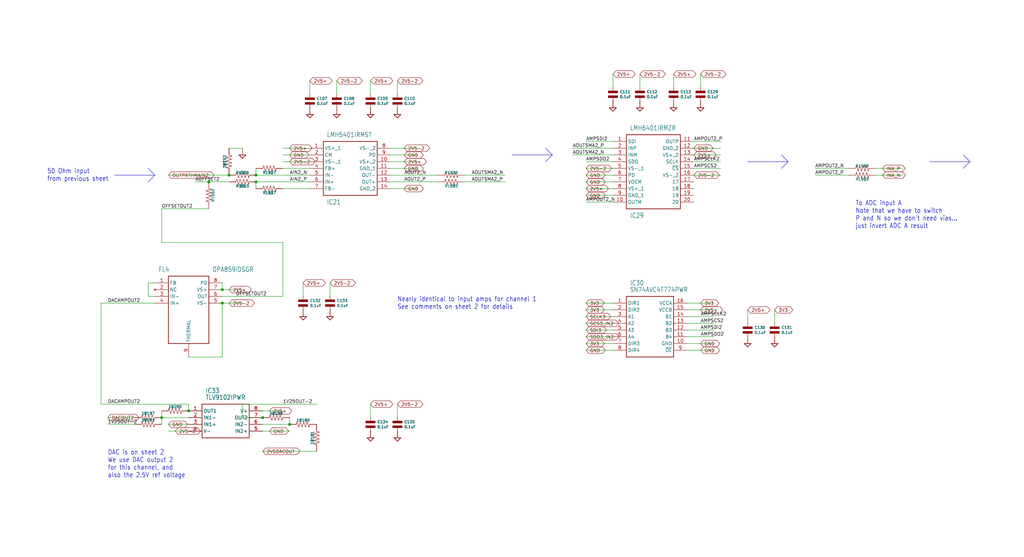
<source format=kicad_sch>
(kicad_sch (version 20231120) (generator "eeschema") (generator_version "8.0")
  (paper "User" 386.156 210.007)
  (lib_symbols
    (symbol "haasoscope_pro_adc_fpga_board-eagle-import:CAPACITOR_NP_0402"
      (property "Reference" "C" (at 2.54 1.524 0))
      (symbol "CAPACITOR_NP_0402_1_0"
        (rectangle (start -1.778 -1.27) (end 1.778 -0.508) (fill (type outline)))
        (rectangle (start -1.778 0.508) (end 1.778 1.27) (fill (type outline)))
        (polyline (pts (xy 0 -2.54) (xy 0 -1.016)) (stroke (width 0.1524)))
        (polyline (pts (xy 0 2.54) (xy 0 1.016)) (stroke (width 0.1524)))
        (pin passive line (at 0 2.54 270) (length 0) (name "P$1") (number "P$1"))
        (pin passive line (at 0 -2.54 90) (length 0) (name "P$2") (number "P$2"))
      )
    )
    (symbol "haasoscope_pro_adc_fpga_board-eagle-import:LMH5401IRMST"
      (property "Reference" "IC" (at 26.67 7.62 0))
      (symbol "LMH5401IRMST_1_0"
        (polyline (pts (xy 5.08 2.54) (xy 5.08 -17.78)) (stroke (width 0.254)))
        (polyline (pts (xy 5.08 2.54) (xy 25.4 2.54)) (stroke (width 0.254)))
        (polyline (pts (xy 25.4 -17.78) (xy 5.08 -17.78)) (stroke (width 0.254)))
        (polyline (pts (xy 25.4 -17.78) (xy 25.4 2.54)) (stroke (width 0.254)))
        (pin bidirectional line (at 0 0 0) (length 5.08) (name "VS+_1") (number "1"))
        (pin bidirectional line (at 30.48 -5.08 180) (length 5.08) (name "VS+_2") (number "10"))
        (pin bidirectional line (at 30.48 -7.62 180) (length 5.08) (name "GND_1") (number "11"))
        (pin bidirectional line (at 30.48 -10.16 180) (length 5.08) (name "OUT-") (number "12"))
        (pin bidirectional line (at 30.48 -12.7 180) (length 5.08) (name "OUT+") (number "13"))
        (pin bidirectional line (at 30.48 -15.24 180) (length 5.08) (name "GND_2") (number "14"))
        (pin bidirectional line (at 0 -2.54 0) (length 5.08) (name "CM") (number "2"))
        (pin bidirectional line (at 0 -5.08 0) (length 5.08) (name "VS-_1") (number "3"))
        (pin bidirectional line (at 0 -7.62 0) (length 5.08) (name "FB+") (number "4"))
        (pin bidirectional line (at 0 -10.16 0) (length 5.08) (name "IN-") (number "5"))
        (pin bidirectional line (at 0 -12.7 0) (length 5.08) (name "IN+") (number "6"))
        (pin bidirectional line (at 0 -15.24 0) (length 5.08) (name "FB-") (number "7"))
        (pin bidirectional line (at 30.48 0 180) (length 5.08) (name "VS-_2") (number "8"))
        (pin bidirectional line (at 30.48 -2.54 180) (length 5.08) (name "PD") (number "9"))
      )
    )
    (symbol "haasoscope_pro_adc_fpga_board-eagle-import:LMH6401IRMZR"
      (property "Reference" "IC" (at 26.67 7.62 0))
      (symbol "LMH6401IRMZR_1_0"
        (polyline (pts (xy 5.08 2.54) (xy 5.08 -25.4)) (stroke (width 0.254)))
        (polyline (pts (xy 5.08 2.54) (xy 25.4 2.54)) (stroke (width 0.254)))
        (polyline (pts (xy 25.4 -25.4) (xy 5.08 -25.4)) (stroke (width 0.254)))
        (polyline (pts (xy 25.4 -25.4) (xy 25.4 2.54)) (stroke (width 0.254)))
        (pin bidirectional line (at 0 0 0) (length 5.08) (name "SDI") (number "1"))
        (pin bidirectional line (at 0 -22.86 0) (length 5.08) (name "OUTM") (number "10"))
        (pin bidirectional line (at 30.48 0 180) (length 5.08) (name "OUTP") (number "11"))
        (pin bidirectional line (at 30.48 -2.54 180) (length 5.08) (name "GND_2") (number "12"))
        (pin bidirectional line (at 30.48 -5.08 180) (length 5.08) (name "VS+_2") (number "13"))
        (pin bidirectional line (at 30.48 -7.62 180) (length 5.08) (name "SCLK") (number "14"))
        (pin bidirectional line (at 30.48 -10.16 180) (length 5.08) (name "~{CS}") (number "15"))
        (pin bidirectional line (at 30.48 -12.7 180) (length 5.08) (name "VS-_2") (number "16"))
        (pin bidirectional line (at 30.48 -15.24 180) (length 5.08) (name "17") (number "17"))
        (pin bidirectional line (at 30.48 -17.78 180) (length 5.08) (name "18") (number "18"))
        (pin bidirectional line (at 30.48 -20.32 180) (length 5.08) (name "19") (number "19"))
        (pin bidirectional line (at 0 -2.54 0) (length 5.08) (name "INP") (number "2"))
        (pin bidirectional line (at 30.48 -22.86 180) (length 5.08) (name "20") (number "20"))
        (pin bidirectional line (at 0 -5.08 0) (length 5.08) (name "INM") (number "3"))
        (pin bidirectional line (at 0 -7.62 0) (length 5.08) (name "SDO") (number "4"))
        (pin bidirectional line (at 0 -10.16 0) (length 5.08) (name "VS-_1") (number "5"))
        (pin bidirectional line (at 0 -12.7 0) (length 5.08) (name "PD") (number "6"))
        (pin bidirectional line (at 0 -15.24 0) (length 5.08) (name "VOCM") (number "7"))
        (pin bidirectional line (at 0 -17.78 0) (length 5.08) (name "VS+_1") (number "8"))
        (pin bidirectional line (at 0 -20.32 0) (length 5.08) (name "GND_1") (number "9"))
      )
    )
    (symbol "haasoscope_pro_adc_fpga_board-eagle-import:MF_Passives_RESISTOR_0402"
      (property "Reference" "R" (at 2.54 1.524 0))
      (symbol "MF_Passives_RESISTOR_0402_1_0"
        (polyline (pts (xy -1.016 -2.286) (xy 0 -2.54)) (stroke (width 0.1524)))
        (polyline (pts (xy -1.016 -1.016) (xy 1.016 -1.651)) (stroke (width 0.1524)))
        (polyline (pts (xy -1.016 0.254) (xy 1.016 -0.381)) (stroke (width 0.1524)))
        (polyline (pts (xy -1.016 1.524) (xy 1.016 0.889)) (stroke (width 0.1524)))
        (polyline (pts (xy 0 2.54) (xy 1.016 2.159)) (stroke (width 0.1524)))
        (polyline (pts (xy 1.016 -1.651) (xy -1.016 -2.286)) (stroke (width 0.1524)))
        (polyline (pts (xy 1.016 -0.381) (xy -1.016 -1.016)) (stroke (width 0.1524)))
        (polyline (pts (xy 1.016 0.889) (xy -1.016 0.254)) (stroke (width 0.1524)))
        (polyline (pts (xy 1.016 2.159) (xy -1.016 1.524)) (stroke (width 0.1524)))
        (pin passive line (at 0 5.08 270) (length 2.54) (name "P$1") (number "P$1"))
        (pin passive line (at 0 -5.08 90) (length 2.54) (name "P$2") (number "P$2"))
      )
    )
    (symbol "haasoscope_pro_adc_fpga_board-eagle-import:OPA859IDSGR"
      (property "Reference" "FL" (at 21.59 7.62 0))
      (symbol "OPA859IDSGR_1_0"
        (polyline (pts (xy 5.08 2.54) (xy 5.08 -22.86)) (stroke (width 0.254)))
        (polyline (pts (xy 5.08 2.54) (xy 20.32 2.54)) (stroke (width 0.254)))
        (polyline (pts (xy 20.32 -22.86) (xy 5.08 -22.86)) (stroke (width 0.254)))
        (polyline (pts (xy 20.32 -22.86) (xy 20.32 2.54)) (stroke (width 0.254)))
        (pin input line (at 0 0 0) (length 5.08) (name "FB") (number "1"))
        (pin no_connect line (at 0 -2.54 0) (length 5.08) (name "NC") (number "2"))
        (pin input line (at 0 -5.08 0) (length 5.08) (name "IN-") (number "3"))
        (pin input line (at 0 -7.62 0) (length 5.08) (name "IN+") (number "4"))
        (pin power_in line (at 25.4 -7.62 180) (length 5.08) (name "VS-") (number "5"))
        (pin output line (at 25.4 -5.08 180) (length 5.08) (name "OUT") (number "6"))
        (pin power_in line (at 25.4 -2.54 180) (length 5.08) (name "VS+") (number "7"))
        (pin input line (at 25.4 0 180) (length 5.08) (name "PD") (number "8"))
        (pin bidirectional line (at 12.7 -27.94 90) (length 5.08) (name "THERMAL") (number "9"))
      )
    )
    (symbol "haasoscope_pro_adc_fpga_board-eagle-import:SN74AVC4T774PWR"
      (property "Reference" "IC" (at 24.13 7.62 0))
      (symbol "SN74AVC4T774PWR_1_0"
        (polyline (pts (xy 5.08 2.54) (xy 5.08 -20.32)) (stroke (width 0.254)))
        (polyline (pts (xy 5.08 2.54) (xy 22.86 2.54)) (stroke (width 0.254)))
        (polyline (pts (xy 22.86 -20.32) (xy 5.08 -20.32)) (stroke (width 0.254)))
        (polyline (pts (xy 22.86 -20.32) (xy 22.86 2.54)) (stroke (width 0.254)))
        (pin bidirectional line (at 0 0 0) (length 5.08) (name "DIR1") (number "1"))
        (pin bidirectional line (at 27.94 -15.24 180) (length 5.08) (name "GND") (number "10"))
        (pin bidirectional line (at 27.94 -12.7 180) (length 5.08) (name "B4") (number "11"))
        (pin bidirectional line (at 27.94 -10.16 180) (length 5.08) (name "B3") (number "12"))
        (pin bidirectional line (at 27.94 -7.62 180) (length 5.08) (name "B2") (number "13"))
        (pin bidirectional line (at 27.94 -5.08 180) (length 5.08) (name "B1") (number "14"))
        (pin bidirectional line (at 27.94 -2.54 180) (length 5.08) (name "VCCB") (number "15"))
        (pin bidirectional line (at 27.94 0 180) (length 5.08) (name "VCCA") (number "16"))
        (pin bidirectional line (at 0 -2.54 0) (length 5.08) (name "DIR2") (number "2"))
        (pin bidirectional line (at 0 -5.08 0) (length 5.08) (name "A1") (number "3"))
        (pin bidirectional line (at 0 -7.62 0) (length 5.08) (name "A2") (number "4"))
        (pin bidirectional line (at 0 -10.16 0) (length 5.08) (name "A3") (number "5"))
        (pin bidirectional line (at 0 -12.7 0) (length 5.08) (name "A4") (number "6"))
        (pin bidirectional line (at 0 -15.24 0) (length 5.08) (name "DIR3") (number "7"))
        (pin bidirectional line (at 0 -17.78 0) (length 5.08) (name "DIR4") (number "8"))
        (pin bidirectional line (at 27.94 -17.78 180) (length 5.08) (name "~{OE}") (number "9"))
      )
    )
    (symbol "haasoscope_pro_adc_fpga_board-eagle-import:TLV9102IPWR"
      (property "Reference" "IC" (at 24.13 7.62 0))
      (symbol "TLV9102IPWR_1_0"
        (polyline (pts (xy 5.08 2.54) (xy 5.08 -10.16)) (stroke (width 0.254)))
        (polyline (pts (xy 5.08 2.54) (xy 22.86 2.54)) (stroke (width 0.254)))
        (polyline (pts (xy 22.86 -10.16) (xy 5.08 -10.16)) (stroke (width 0.254)))
        (polyline (pts (xy 22.86 -10.16) (xy 22.86 2.54)) (stroke (width 0.254)))
        (pin bidirectional line (at 0 0 0) (length 5.08) (name "OUT1") (number "1"))
        (pin bidirectional line (at 0 -2.54 0) (length 5.08) (name "IN1-") (number "2"))
        (pin bidirectional line (at 0 -5.08 0) (length 5.08) (name "IN1+") (number "3"))
        (pin bidirectional line (at 0 -7.62 0) (length 5.08) (name "V-") (number "4"))
        (pin bidirectional line (at 27.94 -7.62 180) (length 5.08) (name "IN2+") (number "5"))
        (pin bidirectional line (at 27.94 -5.08 180) (length 5.08) (name "IN2-") (number "6"))
        (pin bidirectional line (at 27.94 -2.54 180) (length 5.08) (name "OUT2") (number "7"))
        (pin bidirectional line (at 27.94 0 180) (length 5.08) (name "V+") (number "8"))
      )
    )
    (symbol "haasoscope_pro_adc_fpga_board-eagle-import:supply2_GND" (power)
      (symbol "supply2_GND_1_0"
        (polyline (pts (xy -1.27 0) (xy 1.27 0)) (stroke (width 0.254)))
        (polyline (pts (xy 0 -1.27) (xy -1.27 0)) (stroke (width 0.254)))
        (polyline (pts (xy 1.27 0) (xy 0 -1.27)) (stroke (width 0.254)))
        (pin power_in line (at 0 2.54 270) (length 2.54) (name "GND") (number "1"))
      )
    )
  )
  (junction (at 83.82 109.22))
  (junction (at 96.52 68.58))
  (junction (at 71.12 154.94))
  (junction (at 109.22 160.02))
  (junction (at 96.52 66.04))
  (junction (at 86.36 66.04))
  (junction (at 99.06 157.48))
  (junction (at 78.74 68.58))
  (junction (at 60.96 157.48))
  (junction (at 83.82 114.3))
  (wire (pts (xy 99.06 154.94) (xy 106.68 154.94)) (stroke (width 0.1524)))
  (wire (pts (xy 116.84 58.42) (xy 106.68 58.42)) (stroke (width 0.1524)))
  (polyline (pts (xy 297.18 60.96) (xy 294.64 63.5)) (stroke (width 0.1524) (type solid)))
  (wire (pts (xy 124.46 111.76) (xy 124.46 106.68)) (stroke (width 0.1524)))
  (wire (pts (xy 149.86 35.56) (xy 149.86 30.48)) (stroke (width 0.1524)))
  (wire (pts (xy 60.96 157.48) (xy 60.96 160.02)) (stroke (width 0.1524)))
  (wire (pts (xy 99.06 160.02) (xy 109.22 160.02)) (stroke (width 0.1524)))
  (polyline (pts (xy 294.64 58.42) (xy 297.18 60.96)) (stroke (width 0.1524) (type solid)))
  (wire (pts (xy 71.12 160.02) (xy 63.5 160.02)) (stroke (width 0.1524)))
  (wire (pts (xy 231.14 60.96) (xy 220.98 60.96)) (stroke (width 0.1524)))
  (wire (pts (xy 119.38 170.18) (xy 99.06 170.18)) (stroke (width 0.1524)))
  (wire (pts (xy 149.86 157.48) (xy 149.86 152.4)) (stroke (width 0.1524)))
  (wire (pts (xy 231.14 76.2) (xy 220.98 76.2)) (stroke (width 0.1524)))
  (wire (pts (xy 96.52 68.58) (xy 96.52 71.12)) (stroke (width 0.1524)))
  (polyline (pts (xy 365.76 60.96) (xy 363.22 63.5)) (stroke (width 0.1524) (type solid)))
  (wire (pts (xy 106.68 111.76) (xy 106.68 91.44)) (stroke (width 0.1524)))
  (wire (pts (xy 231.14 63.5) (xy 220.98 63.5)) (stroke (width 0.1524)))
  (wire (pts (xy 271.78 58.42) (xy 261.62 58.42)) (stroke (width 0.1524)))
  (wire (pts (xy 259.08 124.46) (xy 269.24 124.46)) (stroke (width 0.1524)))
  (wire (pts (xy 261.62 66.04) (xy 271.78 66.04)) (stroke (width 0.1524)))
  (wire (pts (xy 231.14 116.84) (xy 220.98 116.84)) (stroke (width 0.1524)))
  (wire (pts (xy 83.82 106.68) (xy 83.82 109.22)) (stroke (width 0.1524)))
  (wire (pts (xy 241.3 33.02) (xy 241.3 27.94)) (stroke (width 0.1524)))
  (wire (pts (xy 109.22 157.48) (xy 109.22 160.02)) (stroke (width 0.1524)))
  (wire (pts (xy 58.42 114.3) (xy 38.1 114.3)) (stroke (width 0.1524)))
  (wire (pts (xy 254 33.02) (xy 254 27.94)) (stroke (width 0.1524)))
  (wire (pts (xy 271.78 55.88) (xy 261.62 55.88)) (stroke (width 0.1524)))
  (wire (pts (xy 147.32 60.96) (xy 157.48 60.96)) (stroke (width 0.1524)))
  (wire (pts (xy 231.14 33.02) (xy 231.14 27.94)) (stroke (width 0.1524)))
  (wire (pts (xy 259.08 114.3) (xy 269.24 114.3)) (stroke (width 0.1524)))
  (wire (pts (xy 83.82 109.22) (xy 91.44 109.22)) (stroke (width 0.1524)))
  (wire (pts (xy 71.12 134.62) (xy 83.82 134.62)) (stroke (width 0.1524)))
  (wire (pts (xy 139.7 35.56) (xy 139.7 30.48)) (stroke (width 0.1524)))
  (wire (pts (xy 231.14 53.34) (xy 220.98 53.34)) (stroke (width 0.1524)))
  (wire (pts (xy 175.26 68.58) (xy 190.5 68.58)) (stroke (width 0.1524)))
  (wire (pts (xy 78.74 78.74) (xy 60.96 78.74)) (stroke (width 0.1524)))
  (wire (pts (xy 281.94 121.92) (xy 281.94 116.84)) (stroke (width 0.1524)))
  (polyline (pts (xy 193.04 58.42) (xy 208.28 58.42)) (stroke (width 0.1524) (type solid)))
  (wire (pts (xy 231.14 55.88) (xy 215.9 55.88)) (stroke (width 0.1524)))
  (wire (pts (xy 231.14 71.12) (xy 220.98 71.12)) (stroke (width 0.1524)))
  (wire (pts (xy 91.44 55.88) (xy 86.36 55.88)) (stroke (width 0.1524)))
  (wire (pts (xy 147.32 55.88) (xy 157.48 55.88)) (stroke (width 0.1524)))
  (wire (pts (xy 116.84 68.58) (xy 96.52 68.58)) (stroke (width 0.1524)))
  (polyline (pts (xy 43.18 66.04) (xy 58.42 66.04)) (stroke (width 0.1524) (type solid)))
  (wire (pts (xy 71.12 162.56) (xy 63.5 162.56)) (stroke (width 0.1524)))
  (wire (pts (xy 71.12 154.94) (xy 71.12 152.4)) (stroke (width 0.1524)))
  (wire (pts (xy 86.36 68.58) (xy 78.74 68.58)) (stroke (width 0.1524)))
  (wire (pts (xy 83.82 134.62) (xy 83.82 114.3)) (stroke (width 0.1524)))
  (wire (pts (xy 292.1 121.92) (xy 292.1 116.84)) (stroke (width 0.1524)))
  (wire (pts (xy 271.78 53.34) (xy 261.62 53.34)) (stroke (width 0.1524)))
  (polyline (pts (xy 350.52 60.96) (xy 365.76 60.96)) (stroke (width 0.1524) (type solid)))
  (wire (pts (xy 320.04 66.04) (xy 307.34 66.04)) (stroke (width 0.1524)))
  (wire (pts (xy 91.44 152.4) (xy 119.38 152.4)) (stroke (width 0.1524)))
  (wire (pts (xy 231.14 68.58) (xy 220.98 68.58)) (stroke (width 0.1524)))
  (wire (pts (xy 83.82 111.76) (xy 106.68 111.76)) (stroke (width 0.1524)))
  (wire (pts (xy 231.14 124.46) (xy 220.98 124.46)) (stroke (width 0.1524)))
  (wire (pts (xy 147.32 63.5) (xy 157.48 63.5)) (stroke (width 0.1524)))
  (wire (pts (xy 127 35.56) (xy 127 30.48)) (stroke (width 0.1524)))
  (polyline (pts (xy 208.28 58.42) (xy 205.74 60.96)) (stroke (width 0.1524) (type solid)))
  (wire (pts (xy 231.14 132.08) (xy 220.98 132.08)) (stroke (width 0.1524)))
  (wire (pts (xy 259.08 119.38) (xy 269.24 119.38)) (stroke (width 0.1524)))
  (wire (pts (xy 99.06 162.56) (xy 109.22 162.56)) (stroke (width 0.1524)))
  (wire (pts (xy 330.2 66.04) (xy 340.36 66.04)) (stroke (width 0.1524)))
  (polyline (pts (xy 58.42 66.04) (xy 55.88 68.58)) (stroke (width 0.1524) (type solid)))
  (wire (pts (xy 271.78 63.5) (xy 261.62 63.5)) (stroke (width 0.1524)))
  (wire (pts (xy 38.1 114.3) (xy 38.1 152.4)) (stroke (width 0.1524)))
  (wire (pts (xy 220.98 127) (xy 231.14 127)) (stroke (width 0.1524)))
  (wire (pts (xy 231.14 114.3) (xy 220.98 114.3)) (stroke (width 0.1524)))
  (wire (pts (xy 259.08 127) (xy 269.24 127)) (stroke (width 0.1524)))
  (wire (pts (xy 71.12 152.4) (xy 38.1 152.4)) (stroke (width 0.1524)))
  (wire (pts (xy 116.84 35.56) (xy 116.84 30.48)) (stroke (width 0.1524)))
  (wire (pts (xy 231.14 73.66) (xy 220.98 73.66)) (stroke (width 0.1524)))
  (wire (pts (xy 139.7 157.48) (xy 139.7 152.4)) (stroke (width 0.1524)))
  (wire (pts (xy 231.14 119.38) (xy 220.98 119.38)) (stroke (width 0.1524)))
  (wire (pts (xy 259.08 129.54) (xy 269.24 129.54)) (stroke (width 0.1524)))
  (wire (pts (xy 116.84 63.5) (xy 106.68 63.5)) (stroke (width 0.1524)))
  (wire (pts (xy 91.44 157.48) (xy 91.44 152.4)) (stroke (width 0.1524)))
  (wire (pts (xy 58.42 106.68) (xy 55.88 106.68)) (stroke (width 0.1524)))
  (wire (pts (xy 86.36 66.04) (xy 63.5 66.04)) (stroke (width 0.1524)))
  (wire (pts (xy 320.04 63.5) (xy 307.34 63.5)) (stroke (width 0.1524)))
  (wire (pts (xy 231.14 66.04) (xy 220.98 66.04)) (stroke (width 0.1524)))
  (wire (pts (xy 271.78 60.96) (xy 261.62 60.96)) (stroke (width 0.1524)))
  (wire (pts (xy 60.96 91.44) (xy 60.96 78.74)) (stroke (width 0.1524)))
  (wire (pts (xy 91.44 114.3) (xy 83.82 114.3)) (stroke (width 0.1524)))
  (wire (pts (xy 106.68 91.44) (xy 60.96 91.44)) (stroke (width 0.1524)))
  (wire (pts (xy 50.8 157.48) (xy 40.64 157.48)) (stroke (width 0.1524)))
  (polyline (pts (xy 363.22 58.42) (xy 365.76 60.96)) (stroke (width 0.1524) (type solid)))
  (wire (pts (xy 259.08 132.08) (xy 269.24 132.08)) (stroke (width 0.1524)))
  (wire (pts (xy 259.08 116.84) (xy 269.24 116.84)) (stroke (width 0.1524)))
  (wire (pts (xy 96.52 66.04) (xy 96.52 63.5)) (stroke (width 0.1524)))
  (wire (pts (xy 50.8 160.02) (xy 40.64 160.02)) (stroke (width 0.1524)))
  (wire (pts (xy 147.32 68.58) (xy 165.1 68.58)) (stroke (width 0.1524)))
  (wire (pts (xy 99.06 157.48) (xy 91.44 157.48)) (stroke (width 0.1524)))
  (polyline (pts (xy 205.74 55.88) (xy 208.28 58.42)) (stroke (width 0.1524) (type solid)))
  (wire (pts (xy 71.12 157.48) (xy 60.96 157.48)) (stroke (width 0.1524)))
  (wire (pts (xy 55.88 111.76) (xy 58.42 111.76)) (stroke (width 0.1524)))
  (polyline (pts (xy 55.88 63.5) (xy 58.42 66.04)) (stroke (width 0.1524) (type solid)))
  (wire (pts (xy 220.98 121.92) (xy 231.14 121.92)) (stroke (width 0.1524)))
  (wire (pts (xy 330.2 63.5) (xy 340.36 63.5)) (stroke (width 0.1524)))
  (wire (pts (xy 78.74 68.58) (xy 73.66 68.58)) (stroke (width 0.1524)))
  (wire (pts (xy 147.32 71.12) (xy 157.48 71.12)) (stroke (width 0.1524)))
  (wire (pts (xy 116.84 55.88) (xy 106.68 55.88)) (stroke (width 0.1524)))
  (wire (pts (xy 259.08 121.92) (xy 269.24 121.92)) (stroke (width 0.1524)))
  (polyline (pts (xy 281.94 60.96) (xy 297.18 60.96)) (stroke (width 0.1524) (type solid)))
  (wire (pts (xy 264.16 33.02) (xy 264.16 27.94)) (stroke (width 0.1524)))
  (wire (pts (xy 147.32 66.04) (xy 165.1 66.04)) (stroke (width 0.1524)))
  (wire (pts (xy 116.84 60.96) (xy 106.68 60.96)) (stroke (width 0.1524)))
  (wire (pts (xy 116.84 71.12) (xy 106.68 71.12)) (stroke (width 0.1524)))
  (wire (pts (xy 55.88 106.68) (xy 55.88 111.76)) (stroke (width 0.1524)))
  (wire (pts (xy 215.9 58.42) (xy 231.14 58.42)) (stroke (width 0.1524)))
  (wire (pts (xy 116.84 66.04) (xy 96.52 66.04)) (stroke (width 0.1524)))
  (wire (pts (xy 60.96 154.94) (xy 60.96 157.48)) (stroke (width 0.1524)))
  (wire (pts (xy 231.14 129.54) (xy 220.98 129.54)) (stroke (width 0.1524)))
  (wire (pts (xy 147.32 58.42) (xy 157.48 58.42)) (stroke (width 0.1524)))
  (wire (pts (xy 114.3 111.76) (xy 114.3 106.68)) (stroke (width 0.1524)))
  (wire (pts (xy 175.26 66.04) (xy 190.5 66.04)) (stroke (width 0.1524)))
  (text "To ADC input A\nNote that we have to switch\nP and N so we don't need vias...\njust invert ADC A result" (at 322.58 86.36 0) (effects (font (size 1.778 1.5113)) (justify left bottom)))
  (text "DAC is on sheet 2\nWe use DAC output 2\nfor this channel, and\nalso the 2.5V ref voltage" (at 40.64 180.34 0) (effects (font (size 1.778 1.5113)) (justify left bottom)))
  (text "50 Ohm input\nfrom previous sheet" (at 17.78 68.58 0) (effects (font (size 1.778 1.5113)) (justify left bottom)))
  (text "Nearly identical to input amps for channel 1\nSee comments on sheet 2 for details" (at 149.86 116.84 0) (effects (font (size 1.778 1.5113)) (justify left bottom)))
  (label "OFFSETOUT2" (at 88.9 111.76 0) (effects (font (size 1.2446 1.2446))))
  (label "AMPSCLK2" (at 264.16 119.38 0) (effects (font (size 1.2446 1.2446))))
  (label "AOUTSMA2_P" (at 215.9 55.88 0) (effects (font (size 1.2446 1.2446))))
  (label "AMPSDI2" (at 220.98 53.34 0) (effects (font (size 1.2446 1.2446))))
  (label "1V25OUT-2" (at 106.68 152.4 0) (effects (font (size 1.2446 1.2446))))
  (label "AOUTSMA2_N" (at 177.8 66.04 0) (effects (font (size 1.2446 1.2446))))
  (label "AMPSCS2" (at 264.16 121.92 0) (effects (font (size 1.2446 1.2446))))
  (label "OFFSETOUT2" (at 60.96 78.74 0) (effects (font (size 1.2446 1.2446))))
  (label "DACAMPOUT2" (at 40.64 152.4 0) (effects (font (size 1.2446 1.2446))))
  (label "AOFFSET2" (at 73.66 68.58 0) (effects (font (size 1.2446 1.2446))))
  (label "AMPSCLK2" (at 261.62 60.96 0) (effects (font (size 1.2446 1.2446))))
  (label "1V25OUT-2" (at 40.64 160.02 0) (effects (font (size 1.2446 1.2446))))
  (label "AMPOUT2_N" (at 307.34 63.5 0) (effects (font (size 1.2446 1.2446))))
  (label "AOUTSMA2_N" (at 215.9 58.42 0) (effects (font (size 1.2446 1.2446))))
  (label "AOUT2_P" (at 152.4 68.58 0) (effects (font (size 1.2446 1.2446))))
  (label "AOUTSMA2_P" (at 177.8 68.58 0) (effects (font (size 1.2446 1.2446))))
  (label "AIN2_N" (at 109.22 66.04 0) (effects (font (size 1.2446 1.2446))))
  (label "AIN2_P" (at 109.22 68.58 0) (effects (font (size 1.2446 1.2446))))
  (label "AMPOUT2_P" (at 261.62 53.34 0) (effects (font (size 1.2446 1.2446))))
  (label "AOUT2_N" (at 152.4 66.04 0) (effects (font (size 1.2446 1.2446))))
  (label "AMPOUT2_P" (at 307.34 66.04 0) (effects (font (size 1.2446 1.2446))))
  (label "AMPOUT2_N" (at 220.98 76.2 0) (effects (font (size 1.2446 1.2446))))
  (label "AMPSDI2" (at 264.16 124.46 0) (effects (font (size 1.2446 1.2446))))
  (label "DACAMPOUT2" (at 40.64 114.3 0) (effects (font (size 1.2446 1.2446))))
  (label "AMPSCS2" (at 261.62 63.5 0) (effects (font (size 1.2446 1.2446))))
  (label "AMPSDO2" (at 264.16 127 0) (effects (font (size 1.2446 1.2446))))
  (label "AMPSDO2" (at 220.98 60.96 0) (effects (font (size 1.2446 1.2446))))
  (global_label "GND" (shape bidirectional) (at 220.98 66.04 0) (effects (font (size 1.2446 1.2446))) (property "Intersheetrefs" "${INTERSHEET_REFS}" (effects (hide yes))))
  (global_label "GND" (shape bidirectional) (at 63.5 160.02 0) (effects (font (size 1.2446 1.2446))) (property "Intersheetrefs" "${INTERSHEET_REFS}" (effects (hide yes))))
  (global_label "GND" (shape bidirectional) (at 220.98 132.08 0) (effects (font (size 1.2446 1.2446))) (property "Intersheetrefs" "${INTERSHEET_REFS}" (effects (hide yes))))
  (global_label "SCLK3" (shape bidirectional) (at 220.98 119.38 0) (effects (font (size 1.2446 1.2446))) (property "Intersheetrefs" "${INTERSHEET_REFS}" (effects (hide yes))))
  (global_label "3V3" (shape bidirectional) (at 292.1 116.84 0) (effects (font (size 1.2446 1.2446))) (property "Intersheetrefs" "${INTERSHEET_REFS}" (effects (hide yes))))
  (global_label "2V5-2" (shape bidirectional) (at 152.4 55.88 0) (effects (font (size 1.2446 1.2446))) (property "Intersheetrefs" "${INTERSHEET_REFS}" (effects (hide yes))))
  (global_label "2V5+" (shape bidirectional) (at 220.98 71.12 0) (effects (font (size 1.2446 1.2446))) (property "Intersheetrefs" "${INTERSHEET_REFS}" (effects (hide yes))))
  (global_label "GND" (shape bidirectional) (at 152.4 71.12 0) (effects (font (size 1.2446 1.2446))) (property "Intersheetrefs" "${INTERSHEET_REFS}" (effects (hide yes))))
  (global_label "GND" (shape bidirectional) (at 220.98 73.66 0) (effects (font (size 1.2446 1.2446))) (property "Intersheetrefs" "${INTERSHEET_REFS}" (effects (hide yes))))
  (global_label "2V5+" (shape bidirectional) (at 264.16 116.84 0) (effects (font (size 1.2446 1.2446))) (property "Intersheetrefs" "${INTERSHEET_REFS}" (effects (hide yes))))
  (global_label "2V5+" (shape bidirectional) (at 101.6 154.94 0) (effects (font (size 1.2446 1.2446))) (property "Intersheetrefs" "${INTERSHEET_REFS}" (effects (hide yes))))
  (global_label "2V5-2" (shape bidirectional) (at 66.04 162.56 0) (effects (font (size 1.2446 1.2446))) (property "Intersheetrefs" "${INTERSHEET_REFS}" (effects (hide yes))))
  (global_label "GND" (shape bidirectional) (at 101.6 162.56 0) (effects (font (size 1.2446 1.2446))) (property "Intersheetrefs" "${INTERSHEET_REFS}" (effects (hide yes))))
  (global_label "GND" (shape bidirectional) (at 220.98 68.58 0) (effects (font (size 1.2446 1.2446))) (property "Intersheetrefs" "${INTERSHEET_REFS}" (effects (hide yes))))
  (global_label "2V5+" (shape bidirectional) (at 231.14 27.94 0) (effects (font (size 1.2446 1.2446))) (property "Intersheetrefs" "${INTERSHEET_REFS}" (effects (hide yes))))
  (global_label "SCS3_IN2" (shape bidirectional) (at 220.98 121.92 0) (effects (font (size 1.2446 1.2446))) (property "Intersheetrefs" "${INTERSHEET_REFS}" (effects (hide yes))))
  (global_label "2V5-2" (shape bidirectional) (at 241.3 27.94 0) (effects (font (size 1.2446 1.2446))) (property "Intersheetrefs" "${INTERSHEET_REFS}" (effects (hide yes))))
  (global_label "GND" (shape bidirectional) (at 261.62 55.88 0) (effects (font (size 1.2446 1.2446))) (property "Intersheetrefs" "${INTERSHEET_REFS}" (effects (hide yes))))
  (global_label "2V5-2" (shape bidirectional) (at 261.62 66.04 0) (effects (font (size 1.2446 1.2446))) (property "Intersheetrefs" "${INTERSHEET_REFS}" (effects (hide yes))))
  (global_label "2V5-2" (shape bidirectional) (at 149.86 152.4 0) (effects (font (size 1.2446 1.2446))) (property "Intersheetrefs" "${INTERSHEET_REFS}" (effects (hide yes))))
  (global_label "2V5+" (shape bidirectional) (at 152.4 60.96 0) (effects (font (size 1.2446 1.2446))) (property "Intersheetrefs" "${INTERSHEET_REFS}" (effects (hide yes))))
  (global_label "3V3" (shape bidirectional) (at 264.16 114.3 0) (effects (font (size 1.2446 1.2446))) (property "Intersheetrefs" "${INTERSHEET_REFS}" (effects (hide yes))))
  (global_label "2V5+" (shape bidirectional) (at 139.7 152.4 0) (effects (font (size 1.2446 1.2446))) (property "Intersheetrefs" "${INTERSHEET_REFS}" (effects (hide yes))))
  (global_label "2V5DACOUT" (shape bidirectional) (at 99.06 170.18 0) (effects (font (size 1.2446 1.2446))) (property "Intersheetrefs" "${INTERSHEET_REFS}" (effects (hide yes))))
  (global_label "GND" (shape bidirectional) (at 264.16 129.54 0) (effects (font (size 1.2446 1.2446))) (property "Intersheetrefs" "${INTERSHEET_REFS}" (effects (hide yes))))
  (global_label "GND" (shape bidirectional) (at 152.4 63.5 0) (effects (font (size 1.2446 1.2446))) (property "Intersheetrefs" "${INTERSHEET_REFS}" (effects (hide yes))))
  (global_label "DACOUT2" (shape bidirectional) (at 40.64 157.48 0) (effects (font (size 1.2446 1.2446))) (property "Intersheetrefs" "${INTERSHEET_REFS}" (effects (hide yes))))
  (global_label "2V5-2" (shape bidirectional) (at 220.98 63.5 0) (effects (font (size 1.2446 1.2446))) (property "Intersheetrefs" "${INTERSHEET_REFS}" (effects (hide yes))))
  (global_label "2V5-2" (shape bidirectional) (at 264.16 27.94 0) (effects (font (size 1.2446 1.2446))) (property "Intersheetrefs" "${INTERSHEET_REFS}" (effects (hide yes))))
  (global_label "2V5-2" (shape bidirectional) (at 149.86 30.48 0) (effects (font (size 1.2446 1.2446))) (property "Intersheetrefs" "${INTERSHEET_REFS}" (effects (hide yes))))
  (global_label "2V5+" (shape bidirectional) (at 114.3 106.68 0) (effects (font (size 1.2446 1.2446))) (property "Intersheetrefs" "${INTERSHEET_REFS}" (effects (hide yes))))
  (global_label "GND" (shape bidirectional) (at 109.22 58.42 0) (effects (font (size 1.2446 1.2446))) (property "Intersheetrefs" "${INTERSHEET_REFS}" (effects (hide yes))))
  (global_label "3V3" (shape bidirectional) (at 220.98 116.84 0) (effects (font (size 1.2446 1.2446))) (property "Intersheetrefs" "${INTERSHEET_REFS}" (effects (hide yes))))
  (global_label "2V5+" (shape bidirectional) (at 109.22 55.88 0) (effects (font (size 1.2446 1.2446))) (property "Intersheetrefs" "${INTERSHEET_REFS}" (effects (hide yes))))
  (global_label "3V3" (shape bidirectional) (at 220.98 129.54 0) (effects (font (size 1.2446 1.2446))) (property "Intersheetrefs" "${INTERSHEET_REFS}" (effects (hide yes))))
  (global_label "INA_P" (shape bidirectional) (at 332.74 63.5 0) (effects (font (size 1.2446 1.2446))) (property "Intersheetrefs" "${INTERSHEET_REFS}" (effects (hide yes))))
  (global_label "GND" (shape bidirectional) (at 152.4 58.42 0) (effects (font (size 1.2446 1.2446))) (property "Intersheetrefs" "${INTERSHEET_REFS}" (effects (hide yes))))
  (global_label "INA_N" (shape bidirectional) (at 332.74 66.04 0) (effects (font (size 1.2446 1.2446))) (property "Intersheetrefs" "${INTERSHEET_REFS}" (effects (hide yes))))
  (global_label "2V5+" (shape bidirectional) (at 139.7 30.48 0) (effects (font (size 1.2446 1.2446))) (property "Intersheetrefs" "${INTERSHEET_REFS}" (effects (hide yes))))
  (global_label "2V5+" (shape bidirectional) (at 254 27.94 0) (effects (font (size 1.2446 1.2446))) (property "Intersheetrefs" "${INTERSHEET_REFS}" (effects (hide yes))))
  (global_label "2V5+" (shape bidirectional) (at 116.84 30.48 0) (effects (font (size 1.2446 1.2446))) (property "Intersheetrefs" "${INTERSHEET_REFS}" (effects (hide yes))))
  (global_label "GND" (shape bidirectional) (at 264.16 132.08 0) (effects (font (size 1.2446 1.2446))) (property "Intersheetrefs" "${INTERSHEET_REFS}" (effects (hide yes))))
  (global_label "SDI3" (shape bidirectional) (at 220.98 124.46 0) (effects (font (size 1.2446 1.2446))) (property "Intersheetrefs" "${INTERSHEET_REFS}" (effects (hide yes))))
  (global_label "OUTPATHMAIN2" (shape bidirectional) (at 63.5 66.04 0) (effects (font (size 1.2446 1.2446))) (property "Intersheetrefs" "${INTERSHEET_REFS}" (effects (hide yes))))
  (global_label "2V5-2" (shape bidirectional) (at 86.36 114.3 0) (effects (font (size 1.2446 1.2446))) (property "Intersheetrefs" "${INTERSHEET_REFS}" (effects (hide yes))))
  (global_label "2V5+" (shape bidirectional) (at 281.94 116.84 0) (effects (font (size 1.2446 1.2446))) (property "Intersheetrefs" "${INTERSHEET_REFS}" (effects (hide yes))))
  (global_label "2V5-2" (shape bidirectional) (at 124.46 106.68 0) (effects (font (size 1.2446 1.2446))) (property "Intersheetrefs" "${INTERSHEET_REFS}" (effects (hide yes))))
  (global_label "2V5-2" (shape bidirectional) (at 109.22 60.96 0) (effects (font (size 1.2446 1.2446))) (property "Intersheetrefs" "${INTERSHEET_REFS}" (effects (hide yes))))
  (global_label "3V3" (shape bidirectional) (at 220.98 114.3 0) (effects (font (size 1.2446 1.2446))) (property "Intersheetrefs" "${INTERSHEET_REFS}" (effects (hide yes))))
  (global_label "2V5+" (shape bidirectional) (at 261.62 58.42 0) (effects (font (size 1.2446 1.2446))) (property "Intersheetrefs" "${INTERSHEET_REFS}" (effects (hide yes))))
  (global_label "SDO3_IN2" (shape bidirectional) (at 220.98 127 0) (effects (font (size 1.2446 1.2446))) (property "Intersheetrefs" "${INTERSHEET_REFS}" (effects (hide yes))))
  (global_label "2V5+" (shape bidirectional) (at 86.36 109.22 0) (effects (font (size 1.2446 1.2446))) (property "Intersheetrefs" "${INTERSHEET_REFS}" (effects (hide yes))))
  (global_label "2V5-2" (shape bidirectional) (at 127 30.48 0) (effects (font (size 1.2446 1.2446))) (property "Intersheetrefs" "${INTERSHEET_REFS}" (effects (hide yes))))
  (symbol (lib_id "haasoscope_pro_adc_fpga_board-eagle-import:LMH6401IRMZR") (at 231.14 53.34 0) (unit 1)
    (property "Reference" "IC29" (at 237.49 81.28 0) (effects (font (size 1.778 1.5113)) (justify left)))
    (property "Value" "LMH6401IRMZR" (at 237.49 48.26 0) (effects (font (size 1.778 1.5113)) (justify left)))
    (property "Footprint" "haasoscope_pro_adc_fpga_board:LMH6401IRMZR" (effects (hide yes)))
  )
  (symbol (lib_id "haasoscope_pro_adc_fpga_board-eagle-import:supply2_GND") (at 254 40.64 0) (unit 1)
    (property "Reference" "#SUPPLY065" (effects (hide yes)))
    (property "Value" "GND" (effects (hide yes)))
  )
  (symbol (lib_id "haasoscope_pro_adc_fpga_board-eagle-import:MF_Passives_RESISTOR_0402") (at 55.88 160.02 270) (unit 1)
    (property "Reference" "R201" (at 58.42 159.004 90) (effects (font (size 1.016 1.016)) (justify right bottom)))
    (property "Value" "1k" (at 53.34 159.004 90) (effects (font (size 1.016 1.016)) (justify left bottom)))
    (property "Footprint" "haasoscope_pro_adc_fpga_board:R0402" (effects (hide yes)))
  )
  (symbol (lib_id "haasoscope_pro_adc_fpga_board-eagle-import:MF_Passives_RESISTOR_0402") (at 91.44 66.04 90) (unit 1)
    (property "Reference" "R192" (at 88.9 64.516 90) (effects (font (size 1.016 1.016)) (justify right bottom)))
    (property "Value" "22.6" (at 93.98 64.516 90) (effects (font (size 1.016 1.016)) (justify left bottom)))
    (property "Footprint" "haasoscope_pro_adc_fpga_board:R0402" (effects (hide yes)))
  )
  (symbol (lib_id "haasoscope_pro_adc_fpga_board-eagle-import:MF_Passives_RESISTOR_0402") (at 170.18 66.04 90) (unit 1)
    (property "Reference" "R187" (at 167.64 64.516 90) (effects (font (size 1.016 1.016)) (justify right bottom)))
    (property "Value" "39" (at 172.72 64.516 90) (effects (font (size 1.016 1.016)) (justify left bottom)))
    (property "Footprint" "haasoscope_pro_adc_fpga_board:R0402" (effects (hide yes)))
  )
  (symbol (lib_id "haasoscope_pro_adc_fpga_board-eagle-import:supply2_GND") (at 127 43.18 0) (unit 1)
    (property "Reference" "#SUPPLY022" (effects (hide yes)))
    (property "Value" "GND" (effects (hide yes)))
  )
  (symbol (lib_id "haasoscope_pro_adc_fpga_board-eagle-import:MF_Passives_RESISTOR_0402") (at 325.12 66.04 90) (unit 1)
    (property "Reference" "R195" (at 322.58 67.056 90) (effects (font (size 1.016 1.016)) (justify right bottom)))
    (property "Value" "39" (at 327.66 67.056 90) (effects (font (size 1.016 1.016)) (justify left bottom)))
    (property "Footprint" "haasoscope_pro_adc_fpga_board:R0402" (effects (hide yes)))
  )
  (symbol (lib_id "haasoscope_pro_adc_fpga_board-eagle-import:SN74AVC4T774PWR") (at 231.14 114.3 0) (unit 1)
    (property "Reference" "IC30" (at 237.49 106.68 0) (effects (font (size 1.778 1.5113)) (justify left)))
    (property "Value" "SN74AVC4T774PWR" (at 237.49 109.22 0) (effects (font (size 1.778 1.5113)) (justify left)))
    (property "Footprint" "haasoscope_pro_adc_fpga_board:SOP65P640X120-16N" (effects (hide yes)))
  )
  (symbol (lib_id "haasoscope_pro_adc_fpga_board-eagle-import:supply2_GND") (at 91.44 58.42 0) (unit 1)
    (property "Reference" "#SUPPLY024" (effects (hide yes)))
    (property "Value" "GND" (effects (hide yes)))
  )
  (symbol (lib_id "haasoscope_pro_adc_fpga_board-eagle-import:supply2_GND") (at 264.16 40.64 0) (unit 1)
    (property "Reference" "#SUPPLY064" (effects (hide yes)))
    (property "Value" "GND" (effects (hide yes)))
  )
  (symbol (lib_id "haasoscope_pro_adc_fpga_board-eagle-import:supply2_GND") (at 149.86 165.1 0) (unit 1)
    (property "Reference" "#SUPPLY070" (effects (hide yes)))
    (property "Value" "GND" (effects (hide yes)))
  )
  (symbol (lib_id "haasoscope_pro_adc_fpga_board-eagle-import:MF_Passives_RESISTOR_0402") (at 114.3 160.02 270) (unit 1)
    (property "Reference" "R180" (at 116.84 159.004 90) (effects (font (size 1.016 1.016)) (justify right bottom)))
    (property "Value" "1k" (at 111.76 159.004 90) (effects (font (size 1.016 1.016)) (justify left bottom)))
    (property "Footprint" "haasoscope_pro_adc_fpga_board:R0402" (effects (hide yes)))
  )
  (symbol (lib_id "haasoscope_pro_adc_fpga_board-eagle-import:MF_Passives_RESISTOR_0402") (at 104.14 157.48 270) (unit 1)
    (property "Reference" "R199" (at 106.68 156.464 90) (effects (font (size 1.016 1.016)) (justify right bottom)))
    (property "Value" "1k" (at 101.6 156.464 90) (effects (font (size 1.016 1.016)) (justify left bottom)))
    (property "Footprint" "haasoscope_pro_adc_fpga_board:R0402" (effects (hide yes)))
  )
  (symbol (lib_id "haasoscope_pro_adc_fpga_board-eagle-import:CAPACITOR_NP_0402") (at 139.7 38.1 0) (unit 1)
    (property "Reference" "C109" (at 142.24 36.576 0) (effects (font (size 1.016 1.016)) (justify left top)))
    (property "Value" "0.1uF" (at 142.24 39.624 0) (effects (font (size 1.016 1.016)) (justify left bottom)))
    (property "Footprint" "haasoscope_pro_adc_fpga_board:C0402" (effects (hide yes)))
  )
  (symbol (lib_id "haasoscope_pro_adc_fpga_board-eagle-import:supply2_GND") (at 149.86 43.18 0) (unit 1)
    (property "Reference" "#SUPPLY025" (effects (hide yes)))
    (property "Value" "GND" (effects (hide yes)))
  )
  (symbol (lib_id "haasoscope_pro_adc_fpga_board-eagle-import:CAPACITOR_NP_0402") (at 114.3 114.3 0) (unit 1)
    (property "Reference" "C132" (at 116.84 112.776 0) (effects (font (size 1.016 1.016)) (justify left top)))
    (property "Value" "0.1uF" (at 116.84 115.824 0) (effects (font (size 1.016 1.016)) (justify left bottom)))
    (property "Footprint" "haasoscope_pro_adc_fpga_board:C0402" (effects (hide yes)))
  )
  (symbol (lib_id "haasoscope_pro_adc_fpga_board-eagle-import:CAPACITOR_NP_0402") (at 127 38.1 0) (unit 1)
    (property "Reference" "C108" (at 129.54 36.576 0) (effects (font (size 1.016 1.016)) (justify left top)))
    (property "Value" "0.1uF" (at 129.54 39.624 0) (effects (font (size 1.016 1.016)) (justify left bottom)))
    (property "Footprint" "haasoscope_pro_adc_fpga_board:C0402" (effects (hide yes)))
  )
  (symbol (lib_id "haasoscope_pro_adc_fpga_board-eagle-import:CAPACITOR_NP_0402") (at 254 35.56 0) (unit 1)
    (property "Reference" "C113" (at 256.54 34.036 0) (effects (font (size 1.016 1.016)) (justify left top)))
    (property "Value" "0.1uF" (at 256.54 37.084 0) (effects (font (size 1.016 1.016)) (justify left bottom)))
    (property "Footprint" "haasoscope_pro_adc_fpga_board:C0402" (effects (hide yes)))
  )
  (symbol (lib_id "haasoscope_pro_adc_fpga_board-eagle-import:MF_Passives_RESISTOR_0402") (at 91.44 68.58 90) (unit 1)
    (property "Reference" "R191" (at 88.9 69.596 90) (effects (font (size 1.016 1.016)) (justify right bottom)))
    (property "Value" "66.5" (at 93.98 69.596 90) (effects (font (size 1.016 1.016)) (justify left bottom)))
    (property "Footprint" "haasoscope_pro_adc_fpga_board:R0402" (effects (hide yes)))
  )
  (symbol (lib_id "haasoscope_pro_adc_fpga_board-eagle-import:MF_Passives_RESISTOR_0402") (at 86.36 60.96 0) (unit 1)
    (property "Reference" "R193" (at 85.344 58.42 90) (effects (font (size 1.016 1.016)) (justify right bottom)))
    (property "Value" "357" (at 85.344 63.5 90) (effects (font (size 1.016 1.016)) (justify left bottom)))
    (property "Footprint" "haasoscope_pro_adc_fpga_board:R0402" (effects (hide yes)))
  )
  (symbol (lib_id "haasoscope_pro_adc_fpga_board-eagle-import:OPA859IDSGR") (at 58.42 106.68 0) (unit 1)
    (property "Reference" "FL4" (at 59.69 101.6 0) (effects (font (size 1.778 1.5113)) (justify left)))
    (property "Value" "OPA859IDSGR" (at 80.01 101.6 0) (effects (font (size 1.778 1.5113)) (justify left)))
    (property "Footprint" "haasoscope_pro_adc_fpga_board:SON50P200X200X80-9N" (effects (hide yes)))
  )
  (symbol (lib_id "haasoscope_pro_adc_fpga_board-eagle-import:MF_Passives_RESISTOR_0402") (at 101.6 71.12 90) (unit 1)
    (property "Reference" "R189" (at 99.06 72.136 90) (effects (font (size 1.016 1.016)) (justify right bottom)))
    (property "Value" "127" (at 104.14 72.136 90) (effects (font (size 1.016 1.016)) (justify left bottom)))
    (property "Footprint" "haasoscope_pro_adc_fpga_board:R0402" (effects (hide yes)))
  )
  (symbol (lib_id "haasoscope_pro_adc_fpga_board-eagle-import:supply2_GND") (at 124.46 119.38 0) (unit 1)
    (property "Reference" "#SUPPLY068" (effects (hide yes)))
    (property "Value" "GND" (effects (hide yes)))
  )
  (symbol (lib_id "haasoscope_pro_adc_fpga_board-eagle-import:MF_Passives_RESISTOR_0402") (at 66.04 154.94 270) (unit 1)
    (property "Reference" "R200" (at 68.58 153.924 90) (effects (font (size 1.016 1.016)) (justify right bottom)))
    (property "Value" "1k" (at 63.5 153.924 90) (effects (font (size 1.016 1.016)) (justify left bottom)))
    (property "Footprint" "haasoscope_pro_adc_fpga_board:R0402" (effects (hide yes)))
  )
  (symbol (lib_id "haasoscope_pro_adc_fpga_board-eagle-import:TLV9102IPWR") (at 71.12 154.94 0) (unit 1)
    (property "Reference" "IC33" (at 77.47 147.32 0) (effects (font (size 1.778 1.5113)) (justify left)))
    (property "Value" "TLV9102IPWR" (at 77.47 149.86 0) (effects (font (size 1.778 1.5113)) (justify left)))
    (property "Footprint" "haasoscope_pro_adc_fpga_board:SOP65P640X120-8N" (effects (hide yes)))
  )
  (symbol (lib_id "haasoscope_pro_adc_fpga_board-eagle-import:LMH5401IRMST") (at 116.84 55.88 0) (unit 1)
    (property "Reference" "IC21" (at 123.19 76.2 0) (effects (font (size 1.778 1.5113)) (justify left)))
    (property "Value" "LMH5401IRMST" (at 123.19 50.8 0) (effects (font (size 1.778 1.5113)) (justify left)))
    (property "Footprint" "haasoscope_pro_adc_fpga_board:LMH5401IRMSR" (effects (hide yes)))
  )
  (symbol (lib_id "haasoscope_pro_adc_fpga_board-eagle-import:CAPACITOR_NP_0402") (at 124.46 114.3 0) (unit 1)
    (property "Reference" "C133" (at 127 112.776 0) (effects (font (size 1.016 1.016)) (justify left top)))
    (property "Value" "0.1uF" (at 127 115.824 0) (effects (font (size 1.016 1.016)) (justify left bottom)))
    (property "Footprint" "haasoscope_pro_adc_fpga_board:C0402" (effects (hide yes)))
  )
  (symbol (lib_id "haasoscope_pro_adc_fpga_board-eagle-import:supply2_GND") (at 292.1 129.54 0) (unit 1)
    (property "Reference" "#SUPPLY066" (effects (hide yes)))
    (property "Value" "GND" (effects (hide yes)))
  )
  (symbol (lib_id "haasoscope_pro_adc_fpga_board-eagle-import:supply2_GND") (at 231.14 40.64 0) (unit 1)
    (property "Reference" "#SUPPLY063" (effects (hide yes)))
    (property "Value" "GND" (effects (hide yes)))
  )
  (symbol (lib_id "haasoscope_pro_adc_fpga_board-eagle-import:CAPACITOR_NP_0402") (at 264.16 35.56 0) (unit 1)
    (property "Reference" "C129" (at 266.7 34.036 0) (effects (font (size 1.016 1.016)) (justify left top)))
    (property "Value" "0.1uF" (at 266.7 37.084 0) (effects (font (size 1.016 1.016)) (justify left bottom)))
    (property "Footprint" "haasoscope_pro_adc_fpga_board:C0402" (effects (hide yes)))
  )
  (symbol (lib_id "haasoscope_pro_adc_fpga_board-eagle-import:MF_Passives_RESISTOR_0402") (at 55.88 157.48 270) (unit 1)
    (property "Reference" "R197" (at 58.42 156.464 90) (effects (font (size 1.016 1.016)) (justify right bottom)))
    (property "Value" "1k" (at 53.34 156.464 90) (effects (font (size 1.016 1.016)) (justify left bottom)))
    (property "Footprint" "haasoscope_pro_adc_fpga_board:R0402" (effects (hide yes)))
  )
  (symbol (lib_id "haasoscope_pro_adc_fpga_board-eagle-import:MF_Passives_RESISTOR_0402") (at 170.18 68.58 90) (unit 1)
    (property "Reference" "R188" (at 167.64 69.596 90) (effects (font (size 1.016 1.016)) (justify right bottom)))
    (property "Value" "39" (at 172.72 69.596 90) (effects (font (size 1.016 1.016)) (justify left bottom)))
    (property "Footprint" "haasoscope_pro_adc_fpga_board:R0402" (effects (hide yes)))
  )
  (symbol (lib_id "haasoscope_pro_adc_fpga_board-eagle-import:supply2_GND") (at 139.7 165.1 0) (unit 1)
    (property "Reference" "#SUPPLY071" (effects (hide yes)))
    (property "Value" "GND" (effects (hide yes)))
  )
  (symbol (lib_id "haasoscope_pro_adc_fpga_board-eagle-import:CAPACITOR_NP_0402") (at 281.94 124.46 0) (unit 1)
    (property "Reference" "C130" (at 284.48 122.936 0) (effects (font (size 1.016 1.016)) (justify left top)))
    (property "Value" "0.1uF" (at 284.48 125.984 0) (effects (font (size 1.016 1.016)) (justify left bottom)))
    (property "Footprint" "haasoscope_pro_adc_fpga_board:C0402" (effects (hide yes)))
  )
  (symbol (lib_id "haasoscope_pro_adc_fpga_board-eagle-import:MF_Passives_RESISTOR_0402") (at 325.12 63.5 90) (unit 1)
    (property "Reference" "R194" (at 322.58 61.976 90) (effects (font (size 1.016 1.016)) (justify right bottom)))
    (property "Value" "39" (at 327.66 61.976 90) (effects (font (size 1.016 1.016)) (justify left bottom)))
    (property "Footprint" "haasoscope_pro_adc_fpga_board:R0402" (effects (hide yes)))
  )
  (symbol (lib_id "haasoscope_pro_adc_fpga_board-eagle-import:CAPACITOR_NP_0402") (at 241.3 35.56 0) (unit 1)
    (property "Reference" "C112" (at 243.84 34.036 0) (effects (font (size 1.016 1.016)) (justify left top)))
    (property "Value" "0.1uF" (at 243.84 37.084 0) (effects (font (size 1.016 1.016)) (justify left bottom)))
    (property "Footprint" "haasoscope_pro_adc_fpga_board:C0402" (effects (hide yes)))
  )
  (symbol (lib_id "haasoscope_pro_adc_fpga_board-eagle-import:supply2_GND") (at 116.84 43.18 0) (unit 1)
    (property "Reference" "#SUPPLY023" (effects (hide yes)))
    (property "Value" "GND" (effects (hide yes)))
  )
  (symbol (lib_id "haasoscope_pro_adc_fpga_board-eagle-import:CAPACITOR_NP_0402") (at 139.7 160.02 0) (unit 1)
    (property "Reference" "C134" (at 142.24 158.496 0) (effects (font (size 1.016 1.016)) (justify left top)))
    (property "Value" "0.1uF" (at 142.24 161.544 0) (effects (font (size 1.016 1.016)) (justify left bottom)))
    (property "Footprint" "haasoscope_pro_adc_fpga_board:C0402" (effects (hide yes)))
  )
  (symbol (lib_id "haasoscope_pro_adc_fpga_board-eagle-import:CAPACITOR_NP_0402") (at 231.14 35.56 0) (unit 1)
    (property "Reference" "C111" (at 233.68 34.036 0) (effects (font (size 1.016 1.016)) (justify left top)))
    (property "Value" "0.1uF" (at 233.68 37.084 0) (effects (font (size 1.016 1.016)) (justify left bottom)))
    (property "Footprint" "haasoscope_pro_adc_fpga_board:C0402" (effects (hide yes)))
  )
  (symbol (lib_id "haasoscope_pro_adc_fpga_board-eagle-import:CAPACITOR_NP_0402") (at 149.86 160.02 0) (unit 1)
    (property "Reference" "C135" (at 152.4 158.496 0) (effects (font (size 1.016 1.016)) (justify left top)))
    (property "Value" "0.1uF" (at 152.4 161.544 0) (effects (font (size 1.016 1.016)) (justify left bottom)))
    (property "Footprint" "haasoscope_pro_adc_fpga_board:C0402" (effects (hide yes)))
  )
  (symbol (lib_id "haasoscope_pro_adc_fpga_board-eagle-import:MF_Passives_RESISTOR_0402") (at 78.74 73.66 180) (unit 1)
    (property "Reference" "R196" (at 79.756 76.2 90) (effects (font (size 1.016 1.016)) (justify right bottom)))
    (property "Value" "0" (at 79.756 71.12 90) (effects (font (size 1.016 1.016)) (justify left bottom)))
    (property "Footprint" "haasoscope_pro_adc_fpga_board:R0402" (effects (hide yes)))
  )
  (symbol (lib_id "haasoscope_pro_adc_fpga_board-eagle-import:supply2_GND") (at 281.94 129.54 0) (unit 1)
    (property "Reference" "#SUPPLY067" (effects (hide yes)))
    (property "Value" "GND" (effects (hide yes)))
  )
  (symbol (lib_id "haasoscope_pro_adc_fpga_board-eagle-import:MF_Passives_RESISTOR_0402") (at 119.38 165.1 0) (unit 1)
    (property "Reference" "R181" (at 118.364 162.56 90) (effects (font (size 1.016 1.016)) (justify right bottom)))
    (property "Value" "1k" (at 118.364 167.64 90) (effects (font (size 1.016 1.016)) (justify left bottom)))
    (property "Footprint" "haasoscope_pro_adc_fpga_board:R0402" (effects (hide yes)))
  )
  (symbol (lib_id "haasoscope_pro_adc_fpga_board-eagle-import:supply2_GND") (at 114.3 119.38 0) (unit 1)
    (property "Reference" "#SUPPLY069" (effects (hide yes)))
    (property "Value" "GND" (effects (hide yes)))
  )
  (symbol (lib_id "haasoscope_pro_adc_fpga_board-eagle-import:supply2_GND") (at 241.3 40.64 0) (unit 1)
    (property "Reference" "#SUPPLY062" (effects (hide yes)))
    (property "Value" "GND" (effects (hide yes)))
  )
  (symbol (lib_id "haasoscope_pro_adc_fpga_board-eagle-import:CAPACITOR_NP_0402") (at 149.86 38.1 0) (unit 1)
    (property "Reference" "C110" (at 152.4 36.576 0) (effects (font (size 1.016 1.016)) (justify left top)))
    (property "Value" "0.1uF" (at 152.4 39.624 0) (effects (font (size 1.016 1.016)) (justify left bottom)))
    (property "Footprint" "haasoscope_pro_adc_fpga_board:C0402" (effects (hide yes)))
  )
  (symbol (lib_id "haasoscope_pro_adc_fpga_board-eagle-import:MF_Passives_RESISTOR_0402") (at 101.6 63.5 90) (unit 1)
    (property "Reference" "R190" (at 99.06 64.516 90) (effects (font (size 1.016 1.016)) (justify right bottom)))
    (property "Value" "127" (at 104.14 64.516 90) (effects (font (size 1.016 1.016)) (justify left bottom)))
    (property "Footprint" "haasoscope_pro_adc_fpga_board:R0402" (effects (hide yes)))
  )
  (symbol (lib_id "haasoscope_pro_adc_fpga_board-eagle-import:supply2_GND") (at 139.7 43.18 0) (unit 1)
    (property "Reference" "#SUPPLY059" (effects (hide yes)))
    (property "Value" "GND" (effects (hide yes)))
  )
  (symbol (lib_id "haasoscope_pro_adc_fpga_board-eagle-import:CAPACITOR_NP_0402") (at 116.84 38.1 0) (unit 1)
    (property "Reference" "C107" (at 119.38 36.576 0) (effects (font (size 1.016 1.016)) (justify left top)))
    (property "Value" "0.1uF" (at 119.38 39.624 0) (effects (font (size 1.016 1.016)) (justify left bottom)))
    (property "Footprint" "haasoscope_pro_adc_fpga_board:C0402" (effects (hide yes)))
  )
  (symbol (lib_id "haasoscope_pro_adc_fpga_board-eagle-import:CAPACITOR_NP_0402") (at 292.1 124.46 0) (unit 1)
    (property "Reference" "C131" (at 294.64 122.936 0) (effects (font (size 1.016 1.016)) (justify left top)))
    (property "Value" "0.1uF" (at 294.64 125.984 0) (effects (font (size 1.016 1.016)) (justify left bottom)))
    (property "Footprint" "haasoscope_pro_adc_fpga_board:C0402" (effects (hide yes)))
  )
)
</source>
